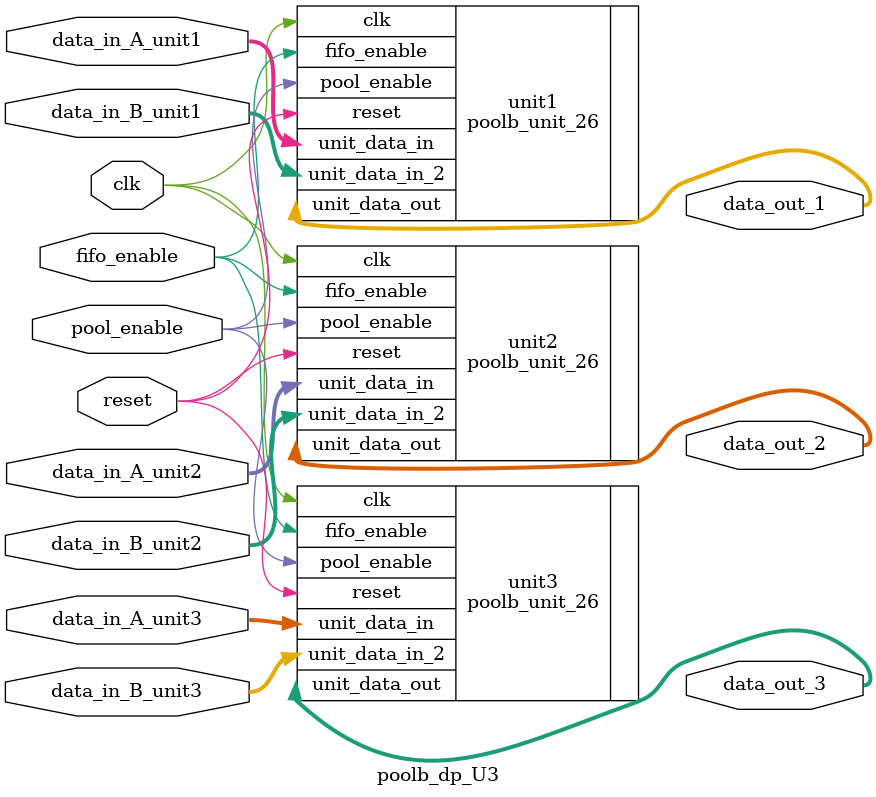
<source format=v>
`timescale 1ns / 1ps


module 
 poolb_dp_U3 #(parameter
///////////advanced parameters//////////
	DATA_WIDTH 			  = 32,
	////////////////////////////////////
	IFM_SIZE              = 26,                                                
	IFM_DEPTH             = 18,
	ARITH_TYPE 				= 0,
	KERNAL_SIZE           = 2
)(
	input 							clk,
	input 							reset,
	input 							fifo_enable,
	input							pool_enable,
	input [DATA_WIDTH-1:0] data_in_A_unit1,
	input [DATA_WIDTH-1:0] data_in_B_unit1,
	input [DATA_WIDTH-1:0] data_in_A_unit2,
	input [DATA_WIDTH-1:0] data_in_B_unit2,
	input [DATA_WIDTH-1:0] data_in_A_unit3,
	input [DATA_WIDTH-1:0] data_in_B_unit3,
	output [DATA_WIDTH-1:0] data_out_1,
	output [DATA_WIDTH-1:0] data_out_2,
	output [DATA_WIDTH-1:0] data_out_3
	);
	poolb_unit_26 #(.DATA_WIDTH(DATA_WIDTH), 
	.IFM_SIZE(IFM_SIZE), 
	.ARITH_TYPE(ARITH_TYPE),
	.KERNAL_SIZE(KERNAL_SIZE))
    unit1(
    .clk(clk),
	.reset(reset),
	.fifo_enable(fifo_enable),
	.pool_enable(pool_enable),
	.unit_data_in(data_in_A_unit1),
	.unit_data_in_2(data_in_B_unit1),
    .unit_data_out(data_out_1)
    );
	
	poolb_unit_26 #(.DATA_WIDTH(DATA_WIDTH), 
	.IFM_SIZE(IFM_SIZE), 
	.ARITH_TYPE(ARITH_TYPE),
	.KERNAL_SIZE(KERNAL_SIZE))
    unit2(
    .clk(clk),
	.reset(reset),
	.fifo_enable(fifo_enable),
	.pool_enable(pool_enable),
	.unit_data_in(data_in_A_unit2),
	.unit_data_in_2(data_in_B_unit2),
    .unit_data_out(data_out_2)
    );
	
	poolb_unit_26 #(.DATA_WIDTH(DATA_WIDTH), 
	.IFM_SIZE(IFM_SIZE), 
	.ARITH_TYPE(ARITH_TYPE),
	.KERNAL_SIZE(KERNAL_SIZE))
    unit3(
    .clk(clk),
	.reset(reset),
	.fifo_enable(fifo_enable),
	.pool_enable(pool_enable),
	.unit_data_in(data_in_A_unit3),
	.unit_data_in_2(data_in_B_unit3),
    .unit_data_out(data_out_3)
    );
	
endmodule
	

</source>
